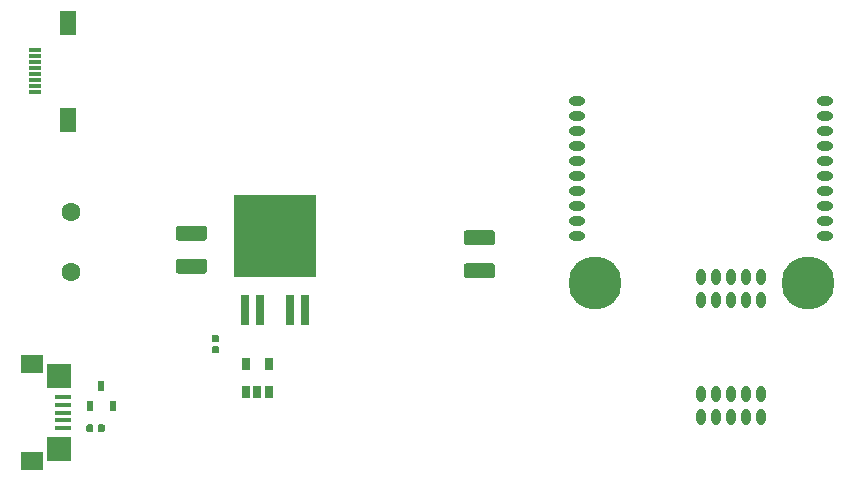
<source format=gbr>
G04 #@! TF.GenerationSoftware,KiCad,Pcbnew,(5.1.5)-3*
G04 #@! TF.CreationDate,2020-01-20T08:59:10+09:00*
G04 #@! TF.ProjectId,signaltower_host,7369676e-616c-4746-9f77-65725f686f73,rev?*
G04 #@! TF.SameCoordinates,Original*
G04 #@! TF.FileFunction,Soldermask,Top*
G04 #@! TF.FilePolarity,Negative*
%FSLAX46Y46*%
G04 Gerber Fmt 4.6, Leading zero omitted, Abs format (unit mm)*
G04 Created by KiCad (PCBNEW (5.1.5)-3) date 2020-01-20 08:59:10*
%MOMM*%
%LPD*%
G04 APERTURE LIST*
%ADD10R,7.000000X7.000000*%
%ADD11R,0.760000X2.500000*%
%ADD12C,1.600000*%
%ADD13R,0.600000X0.900000*%
%ADD14R,1.350000X0.400000*%
%ADD15R,1.900000X1.600000*%
%ADD16R,2.000000X2.100000*%
%ADD17C,4.500000*%
%ADD18O,0.800000X1.400000*%
%ADD19O,1.400000X0.800000*%
%ADD20R,0.800000X1.000000*%
%ADD21R,0.700000X1.000000*%
%ADD22C,0.100000*%
%ADD23R,1.050000X0.350000*%
%ADD24R,1.350000X2.000000*%
G04 APERTURE END LIST*
D10*
X113538000Y-77978000D03*
D11*
X112268000Y-84228000D03*
X110998000Y-84228000D03*
X116078000Y-84228000D03*
X114808000Y-84228000D03*
D12*
X96266000Y-75946000D03*
X96266000Y-81026000D03*
D13*
X98806000Y-90678000D03*
X99756000Y-92378000D03*
X97856000Y-92378000D03*
D14*
X95575000Y-92262000D03*
X95575000Y-92912000D03*
X95575000Y-93562000D03*
X95575000Y-91612000D03*
D15*
X92900000Y-97012000D03*
D16*
X95250000Y-96012000D03*
D15*
X92900000Y-88812000D03*
D14*
X95575000Y-94212000D03*
D16*
X95250000Y-89812000D03*
D17*
X140606000Y-81923000D03*
X158606000Y-81923000D03*
D18*
X149606000Y-81463000D03*
X150876000Y-81463000D03*
X152146000Y-81463000D03*
X153416000Y-81463000D03*
X154686000Y-81463000D03*
X149606000Y-83383000D03*
X150876000Y-83383000D03*
X152146000Y-83383000D03*
X153416000Y-83383000D03*
X154686000Y-83383000D03*
D19*
X160091000Y-77978000D03*
X160091000Y-76708000D03*
X160091000Y-75438000D03*
X160091000Y-74168000D03*
X160091000Y-72898000D03*
X160091000Y-71628000D03*
X160091000Y-70358000D03*
X160091000Y-69088000D03*
X139121000Y-77978000D03*
X139121000Y-76708000D03*
X139121000Y-75438000D03*
X139121000Y-74168000D03*
X139121000Y-72898000D03*
X139121000Y-71628000D03*
X139121000Y-70358000D03*
X139121000Y-69088000D03*
X139121000Y-67818000D03*
X139121000Y-66548000D03*
X160091000Y-67818000D03*
X160091000Y-66548000D03*
D20*
X111014000Y-88786000D03*
X113014000Y-88786000D03*
X113014000Y-91186000D03*
X111014000Y-91186000D03*
D21*
X112014000Y-91186000D03*
D22*
G36*
X108644958Y-87312710D02*
G01*
X108659276Y-87314834D01*
X108673317Y-87318351D01*
X108686946Y-87323228D01*
X108700031Y-87329417D01*
X108712447Y-87336858D01*
X108724073Y-87345481D01*
X108734798Y-87355202D01*
X108744519Y-87365927D01*
X108753142Y-87377553D01*
X108760583Y-87389969D01*
X108766772Y-87403054D01*
X108771649Y-87416683D01*
X108775166Y-87430724D01*
X108777290Y-87445042D01*
X108778000Y-87459500D01*
X108778000Y-87754500D01*
X108777290Y-87768958D01*
X108775166Y-87783276D01*
X108771649Y-87797317D01*
X108766772Y-87810946D01*
X108760583Y-87824031D01*
X108753142Y-87836447D01*
X108744519Y-87848073D01*
X108734798Y-87858798D01*
X108724073Y-87868519D01*
X108712447Y-87877142D01*
X108700031Y-87884583D01*
X108686946Y-87890772D01*
X108673317Y-87895649D01*
X108659276Y-87899166D01*
X108644958Y-87901290D01*
X108630500Y-87902000D01*
X108285500Y-87902000D01*
X108271042Y-87901290D01*
X108256724Y-87899166D01*
X108242683Y-87895649D01*
X108229054Y-87890772D01*
X108215969Y-87884583D01*
X108203553Y-87877142D01*
X108191927Y-87868519D01*
X108181202Y-87858798D01*
X108171481Y-87848073D01*
X108162858Y-87836447D01*
X108155417Y-87824031D01*
X108149228Y-87810946D01*
X108144351Y-87797317D01*
X108140834Y-87783276D01*
X108138710Y-87768958D01*
X108138000Y-87754500D01*
X108138000Y-87459500D01*
X108138710Y-87445042D01*
X108140834Y-87430724D01*
X108144351Y-87416683D01*
X108149228Y-87403054D01*
X108155417Y-87389969D01*
X108162858Y-87377553D01*
X108171481Y-87365927D01*
X108181202Y-87355202D01*
X108191927Y-87345481D01*
X108203553Y-87336858D01*
X108215969Y-87329417D01*
X108229054Y-87323228D01*
X108242683Y-87318351D01*
X108256724Y-87314834D01*
X108271042Y-87312710D01*
X108285500Y-87312000D01*
X108630500Y-87312000D01*
X108644958Y-87312710D01*
G37*
G36*
X108644958Y-86342710D02*
G01*
X108659276Y-86344834D01*
X108673317Y-86348351D01*
X108686946Y-86353228D01*
X108700031Y-86359417D01*
X108712447Y-86366858D01*
X108724073Y-86375481D01*
X108734798Y-86385202D01*
X108744519Y-86395927D01*
X108753142Y-86407553D01*
X108760583Y-86419969D01*
X108766772Y-86433054D01*
X108771649Y-86446683D01*
X108775166Y-86460724D01*
X108777290Y-86475042D01*
X108778000Y-86489500D01*
X108778000Y-86784500D01*
X108777290Y-86798958D01*
X108775166Y-86813276D01*
X108771649Y-86827317D01*
X108766772Y-86840946D01*
X108760583Y-86854031D01*
X108753142Y-86866447D01*
X108744519Y-86878073D01*
X108734798Y-86888798D01*
X108724073Y-86898519D01*
X108712447Y-86907142D01*
X108700031Y-86914583D01*
X108686946Y-86920772D01*
X108673317Y-86925649D01*
X108659276Y-86929166D01*
X108644958Y-86931290D01*
X108630500Y-86932000D01*
X108285500Y-86932000D01*
X108271042Y-86931290D01*
X108256724Y-86929166D01*
X108242683Y-86925649D01*
X108229054Y-86920772D01*
X108215969Y-86914583D01*
X108203553Y-86907142D01*
X108191927Y-86898519D01*
X108181202Y-86888798D01*
X108171481Y-86878073D01*
X108162858Y-86866447D01*
X108155417Y-86854031D01*
X108149228Y-86840946D01*
X108144351Y-86827317D01*
X108140834Y-86813276D01*
X108138710Y-86798958D01*
X108138000Y-86784500D01*
X108138000Y-86489500D01*
X108138710Y-86475042D01*
X108140834Y-86460724D01*
X108144351Y-86446683D01*
X108149228Y-86433054D01*
X108155417Y-86419969D01*
X108162858Y-86407553D01*
X108171481Y-86395927D01*
X108181202Y-86385202D01*
X108191927Y-86375481D01*
X108203553Y-86366858D01*
X108215969Y-86359417D01*
X108229054Y-86353228D01*
X108242683Y-86348351D01*
X108256724Y-86344834D01*
X108271042Y-86342710D01*
X108285500Y-86342000D01*
X108630500Y-86342000D01*
X108644958Y-86342710D01*
G37*
G36*
X98967958Y-93914710D02*
G01*
X98982276Y-93916834D01*
X98996317Y-93920351D01*
X99009946Y-93925228D01*
X99023031Y-93931417D01*
X99035447Y-93938858D01*
X99047073Y-93947481D01*
X99057798Y-93957202D01*
X99067519Y-93967927D01*
X99076142Y-93979553D01*
X99083583Y-93991969D01*
X99089772Y-94005054D01*
X99094649Y-94018683D01*
X99098166Y-94032724D01*
X99100290Y-94047042D01*
X99101000Y-94061500D01*
X99101000Y-94406500D01*
X99100290Y-94420958D01*
X99098166Y-94435276D01*
X99094649Y-94449317D01*
X99089772Y-94462946D01*
X99083583Y-94476031D01*
X99076142Y-94488447D01*
X99067519Y-94500073D01*
X99057798Y-94510798D01*
X99047073Y-94520519D01*
X99035447Y-94529142D01*
X99023031Y-94536583D01*
X99009946Y-94542772D01*
X98996317Y-94547649D01*
X98982276Y-94551166D01*
X98967958Y-94553290D01*
X98953500Y-94554000D01*
X98658500Y-94554000D01*
X98644042Y-94553290D01*
X98629724Y-94551166D01*
X98615683Y-94547649D01*
X98602054Y-94542772D01*
X98588969Y-94536583D01*
X98576553Y-94529142D01*
X98564927Y-94520519D01*
X98554202Y-94510798D01*
X98544481Y-94500073D01*
X98535858Y-94488447D01*
X98528417Y-94476031D01*
X98522228Y-94462946D01*
X98517351Y-94449317D01*
X98513834Y-94435276D01*
X98511710Y-94420958D01*
X98511000Y-94406500D01*
X98511000Y-94061500D01*
X98511710Y-94047042D01*
X98513834Y-94032724D01*
X98517351Y-94018683D01*
X98522228Y-94005054D01*
X98528417Y-93991969D01*
X98535858Y-93979553D01*
X98544481Y-93967927D01*
X98554202Y-93957202D01*
X98564927Y-93947481D01*
X98576553Y-93938858D01*
X98588969Y-93931417D01*
X98602054Y-93925228D01*
X98615683Y-93920351D01*
X98629724Y-93916834D01*
X98644042Y-93914710D01*
X98658500Y-93914000D01*
X98953500Y-93914000D01*
X98967958Y-93914710D01*
G37*
G36*
X97997958Y-93914710D02*
G01*
X98012276Y-93916834D01*
X98026317Y-93920351D01*
X98039946Y-93925228D01*
X98053031Y-93931417D01*
X98065447Y-93938858D01*
X98077073Y-93947481D01*
X98087798Y-93957202D01*
X98097519Y-93967927D01*
X98106142Y-93979553D01*
X98113583Y-93991969D01*
X98119772Y-94005054D01*
X98124649Y-94018683D01*
X98128166Y-94032724D01*
X98130290Y-94047042D01*
X98131000Y-94061500D01*
X98131000Y-94406500D01*
X98130290Y-94420958D01*
X98128166Y-94435276D01*
X98124649Y-94449317D01*
X98119772Y-94462946D01*
X98113583Y-94476031D01*
X98106142Y-94488447D01*
X98097519Y-94500073D01*
X98087798Y-94510798D01*
X98077073Y-94520519D01*
X98065447Y-94529142D01*
X98053031Y-94536583D01*
X98039946Y-94542772D01*
X98026317Y-94547649D01*
X98012276Y-94551166D01*
X97997958Y-94553290D01*
X97983500Y-94554000D01*
X97688500Y-94554000D01*
X97674042Y-94553290D01*
X97659724Y-94551166D01*
X97645683Y-94547649D01*
X97632054Y-94542772D01*
X97618969Y-94536583D01*
X97606553Y-94529142D01*
X97594927Y-94520519D01*
X97584202Y-94510798D01*
X97574481Y-94500073D01*
X97565858Y-94488447D01*
X97558417Y-94476031D01*
X97552228Y-94462946D01*
X97547351Y-94449317D01*
X97543834Y-94435276D01*
X97541710Y-94420958D01*
X97541000Y-94406500D01*
X97541000Y-94061500D01*
X97541710Y-94047042D01*
X97543834Y-94032724D01*
X97547351Y-94018683D01*
X97552228Y-94005054D01*
X97558417Y-93991969D01*
X97565858Y-93979553D01*
X97574481Y-93967927D01*
X97584202Y-93957202D01*
X97594927Y-93947481D01*
X97606553Y-93938858D01*
X97618969Y-93931417D01*
X97632054Y-93925228D01*
X97645683Y-93920351D01*
X97659724Y-93916834D01*
X97674042Y-93914710D01*
X97688500Y-93914000D01*
X97983500Y-93914000D01*
X97997958Y-93914710D01*
G37*
D18*
X149606000Y-91369000D03*
X150876000Y-91369000D03*
X152146000Y-91369000D03*
X153416000Y-91369000D03*
X154686000Y-91369000D03*
X154686000Y-93289000D03*
X149606000Y-93289000D03*
X150876000Y-93289000D03*
X153416000Y-93289000D03*
X152146000Y-93289000D03*
D23*
X93218000Y-65746000D03*
X93218000Y-65246000D03*
X93218000Y-64746000D03*
X93218000Y-64246000D03*
X93218000Y-62246000D03*
X93218000Y-62746000D03*
X93218000Y-63246000D03*
X93218000Y-63746000D03*
D24*
X95968000Y-59896000D03*
X95968000Y-68096000D03*
D22*
G36*
X131909504Y-77478204D02*
G01*
X131933773Y-77481804D01*
X131957571Y-77487765D01*
X131980671Y-77496030D01*
X132002849Y-77506520D01*
X132023893Y-77519133D01*
X132043598Y-77533747D01*
X132061777Y-77550223D01*
X132078253Y-77568402D01*
X132092867Y-77588107D01*
X132105480Y-77609151D01*
X132115970Y-77631329D01*
X132124235Y-77654429D01*
X132130196Y-77678227D01*
X132133796Y-77702496D01*
X132135000Y-77727000D01*
X132135000Y-78477000D01*
X132133796Y-78501504D01*
X132130196Y-78525773D01*
X132124235Y-78549571D01*
X132115970Y-78572671D01*
X132105480Y-78594849D01*
X132092867Y-78615893D01*
X132078253Y-78635598D01*
X132061777Y-78653777D01*
X132043598Y-78670253D01*
X132023893Y-78684867D01*
X132002849Y-78697480D01*
X131980671Y-78707970D01*
X131957571Y-78716235D01*
X131933773Y-78722196D01*
X131909504Y-78725796D01*
X131885000Y-78727000D01*
X129735000Y-78727000D01*
X129710496Y-78725796D01*
X129686227Y-78722196D01*
X129662429Y-78716235D01*
X129639329Y-78707970D01*
X129617151Y-78697480D01*
X129596107Y-78684867D01*
X129576402Y-78670253D01*
X129558223Y-78653777D01*
X129541747Y-78635598D01*
X129527133Y-78615893D01*
X129514520Y-78594849D01*
X129504030Y-78572671D01*
X129495765Y-78549571D01*
X129489804Y-78525773D01*
X129486204Y-78501504D01*
X129485000Y-78477000D01*
X129485000Y-77727000D01*
X129486204Y-77702496D01*
X129489804Y-77678227D01*
X129495765Y-77654429D01*
X129504030Y-77631329D01*
X129514520Y-77609151D01*
X129527133Y-77588107D01*
X129541747Y-77568402D01*
X129558223Y-77550223D01*
X129576402Y-77533747D01*
X129596107Y-77519133D01*
X129617151Y-77506520D01*
X129639329Y-77496030D01*
X129662429Y-77487765D01*
X129686227Y-77481804D01*
X129710496Y-77478204D01*
X129735000Y-77477000D01*
X131885000Y-77477000D01*
X131909504Y-77478204D01*
G37*
G36*
X131909504Y-80278204D02*
G01*
X131933773Y-80281804D01*
X131957571Y-80287765D01*
X131980671Y-80296030D01*
X132002849Y-80306520D01*
X132023893Y-80319133D01*
X132043598Y-80333747D01*
X132061777Y-80350223D01*
X132078253Y-80368402D01*
X132092867Y-80388107D01*
X132105480Y-80409151D01*
X132115970Y-80431329D01*
X132124235Y-80454429D01*
X132130196Y-80478227D01*
X132133796Y-80502496D01*
X132135000Y-80527000D01*
X132135000Y-81277000D01*
X132133796Y-81301504D01*
X132130196Y-81325773D01*
X132124235Y-81349571D01*
X132115970Y-81372671D01*
X132105480Y-81394849D01*
X132092867Y-81415893D01*
X132078253Y-81435598D01*
X132061777Y-81453777D01*
X132043598Y-81470253D01*
X132023893Y-81484867D01*
X132002849Y-81497480D01*
X131980671Y-81507970D01*
X131957571Y-81516235D01*
X131933773Y-81522196D01*
X131909504Y-81525796D01*
X131885000Y-81527000D01*
X129735000Y-81527000D01*
X129710496Y-81525796D01*
X129686227Y-81522196D01*
X129662429Y-81516235D01*
X129639329Y-81507970D01*
X129617151Y-81497480D01*
X129596107Y-81484867D01*
X129576402Y-81470253D01*
X129558223Y-81453777D01*
X129541747Y-81435598D01*
X129527133Y-81415893D01*
X129514520Y-81394849D01*
X129504030Y-81372671D01*
X129495765Y-81349571D01*
X129489804Y-81325773D01*
X129486204Y-81301504D01*
X129485000Y-81277000D01*
X129485000Y-80527000D01*
X129486204Y-80502496D01*
X129489804Y-80478227D01*
X129495765Y-80454429D01*
X129504030Y-80431329D01*
X129514520Y-80409151D01*
X129527133Y-80388107D01*
X129541747Y-80368402D01*
X129558223Y-80350223D01*
X129576402Y-80333747D01*
X129596107Y-80319133D01*
X129617151Y-80306520D01*
X129639329Y-80296030D01*
X129662429Y-80287765D01*
X129686227Y-80281804D01*
X129710496Y-80278204D01*
X129735000Y-80277000D01*
X131885000Y-80277000D01*
X131909504Y-80278204D01*
G37*
G36*
X107525504Y-77100204D02*
G01*
X107549773Y-77103804D01*
X107573571Y-77109765D01*
X107596671Y-77118030D01*
X107618849Y-77128520D01*
X107639893Y-77141133D01*
X107659598Y-77155747D01*
X107677777Y-77172223D01*
X107694253Y-77190402D01*
X107708867Y-77210107D01*
X107721480Y-77231151D01*
X107731970Y-77253329D01*
X107740235Y-77276429D01*
X107746196Y-77300227D01*
X107749796Y-77324496D01*
X107751000Y-77349000D01*
X107751000Y-78099000D01*
X107749796Y-78123504D01*
X107746196Y-78147773D01*
X107740235Y-78171571D01*
X107731970Y-78194671D01*
X107721480Y-78216849D01*
X107708867Y-78237893D01*
X107694253Y-78257598D01*
X107677777Y-78275777D01*
X107659598Y-78292253D01*
X107639893Y-78306867D01*
X107618849Y-78319480D01*
X107596671Y-78329970D01*
X107573571Y-78338235D01*
X107549773Y-78344196D01*
X107525504Y-78347796D01*
X107501000Y-78349000D01*
X105351000Y-78349000D01*
X105326496Y-78347796D01*
X105302227Y-78344196D01*
X105278429Y-78338235D01*
X105255329Y-78329970D01*
X105233151Y-78319480D01*
X105212107Y-78306867D01*
X105192402Y-78292253D01*
X105174223Y-78275777D01*
X105157747Y-78257598D01*
X105143133Y-78237893D01*
X105130520Y-78216849D01*
X105120030Y-78194671D01*
X105111765Y-78171571D01*
X105105804Y-78147773D01*
X105102204Y-78123504D01*
X105101000Y-78099000D01*
X105101000Y-77349000D01*
X105102204Y-77324496D01*
X105105804Y-77300227D01*
X105111765Y-77276429D01*
X105120030Y-77253329D01*
X105130520Y-77231151D01*
X105143133Y-77210107D01*
X105157747Y-77190402D01*
X105174223Y-77172223D01*
X105192402Y-77155747D01*
X105212107Y-77141133D01*
X105233151Y-77128520D01*
X105255329Y-77118030D01*
X105278429Y-77109765D01*
X105302227Y-77103804D01*
X105326496Y-77100204D01*
X105351000Y-77099000D01*
X107501000Y-77099000D01*
X107525504Y-77100204D01*
G37*
G36*
X107525504Y-79900204D02*
G01*
X107549773Y-79903804D01*
X107573571Y-79909765D01*
X107596671Y-79918030D01*
X107618849Y-79928520D01*
X107639893Y-79941133D01*
X107659598Y-79955747D01*
X107677777Y-79972223D01*
X107694253Y-79990402D01*
X107708867Y-80010107D01*
X107721480Y-80031151D01*
X107731970Y-80053329D01*
X107740235Y-80076429D01*
X107746196Y-80100227D01*
X107749796Y-80124496D01*
X107751000Y-80149000D01*
X107751000Y-80899000D01*
X107749796Y-80923504D01*
X107746196Y-80947773D01*
X107740235Y-80971571D01*
X107731970Y-80994671D01*
X107721480Y-81016849D01*
X107708867Y-81037893D01*
X107694253Y-81057598D01*
X107677777Y-81075777D01*
X107659598Y-81092253D01*
X107639893Y-81106867D01*
X107618849Y-81119480D01*
X107596671Y-81129970D01*
X107573571Y-81138235D01*
X107549773Y-81144196D01*
X107525504Y-81147796D01*
X107501000Y-81149000D01*
X105351000Y-81149000D01*
X105326496Y-81147796D01*
X105302227Y-81144196D01*
X105278429Y-81138235D01*
X105255329Y-81129970D01*
X105233151Y-81119480D01*
X105212107Y-81106867D01*
X105192402Y-81092253D01*
X105174223Y-81075777D01*
X105157747Y-81057598D01*
X105143133Y-81037893D01*
X105130520Y-81016849D01*
X105120030Y-80994671D01*
X105111765Y-80971571D01*
X105105804Y-80947773D01*
X105102204Y-80923504D01*
X105101000Y-80899000D01*
X105101000Y-80149000D01*
X105102204Y-80124496D01*
X105105804Y-80100227D01*
X105111765Y-80076429D01*
X105120030Y-80053329D01*
X105130520Y-80031151D01*
X105143133Y-80010107D01*
X105157747Y-79990402D01*
X105174223Y-79972223D01*
X105192402Y-79955747D01*
X105212107Y-79941133D01*
X105233151Y-79928520D01*
X105255329Y-79918030D01*
X105278429Y-79909765D01*
X105302227Y-79903804D01*
X105326496Y-79900204D01*
X105351000Y-79899000D01*
X107501000Y-79899000D01*
X107525504Y-79900204D01*
G37*
M02*

</source>
